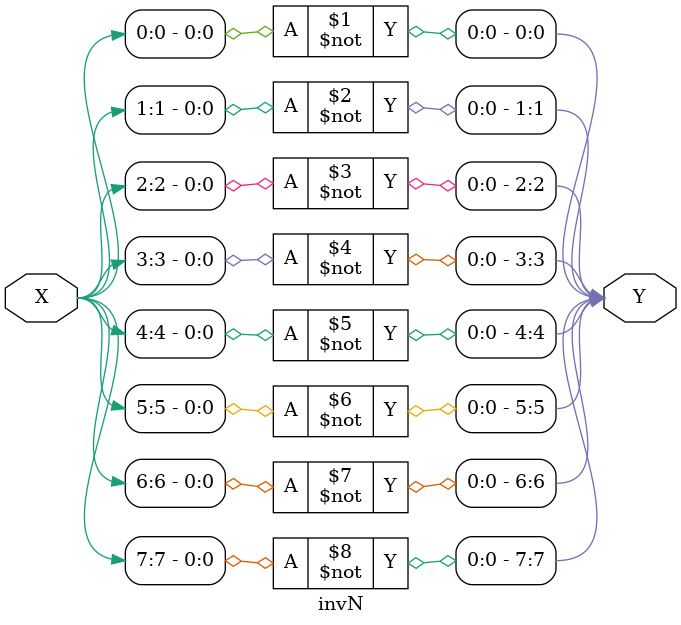
<source format=sv>
module invN #(parameter N=8) (output logic[N-1:0] Y, input logic[N-1:0] X);

//An integer that will never be represented in the final synthesis
genvar i;

generate 
 for (i=0; i<N; i=i+1) 
 begin : i_loop1
	assign Y[i] = ~X[i];
 end
endgenerate

endmodule




</source>
